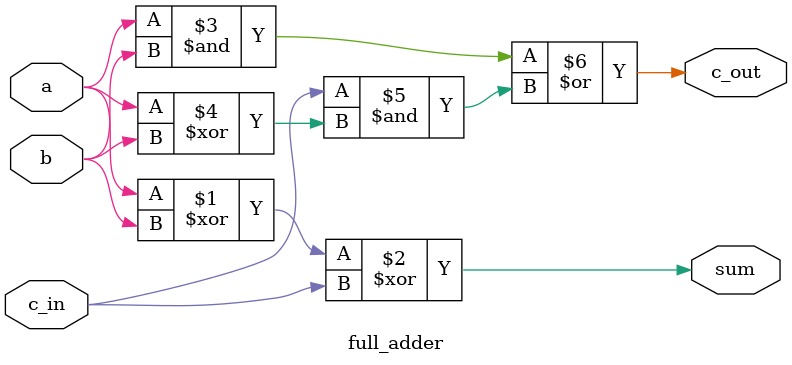
<source format=sv>
module full_adder(
    input  a,
    input  b,
    input  c_in,
    output sum,
    output c_out
    );

    assign sum = a ^ b ^ c_in;                  // XOR gate for sum output
    assign c_out = (a & b) | (c_in & (a ^ b));  // OR gate for carry output

endmodule
</source>
